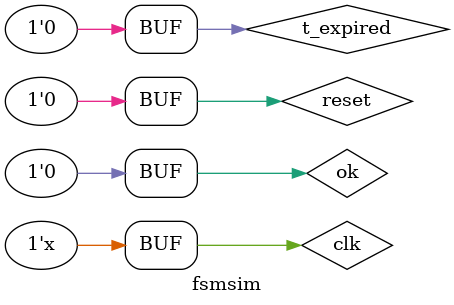
<source format=v>
`timescale 1ns / 1ps


module fsmsim;

	// Inputs
	reg clk;
	reg ok;
	reg t_expired;
	reg reset;

	// Outputs
	wire [2:0] ing_type;
	wire start_timer;
	wire [7:3] ingredientes;

	// Instantiate the Unit Under Test (UUT)
	FSM uut (
		.clk(clk), 
		.ok(ok), 
		.t_expired(t_expired), 
		.reset(reset), 
		.ing_type(ing_type), 
		.start_timer(start_timer), 
		.ingredientes(ingredientes)
	);

	initial begin
		// Initialize Inputs
		clk = 0;
		ok = 0;
		t_expired = 0;
		reset = 0;

		// Wait 100 ns for global reset to finish
		#100;
        
		// Add stimulus here
		#10 ok = 1;
		#10 ok = 0;
		#100 t_expired = 1;
		#1 t_expired = 0;
		#100 t_expired = 1;
		#1 t_expired = 0;
	end
   always 
	  #1  clk =  ! clk;
	  
endmodule


</source>
